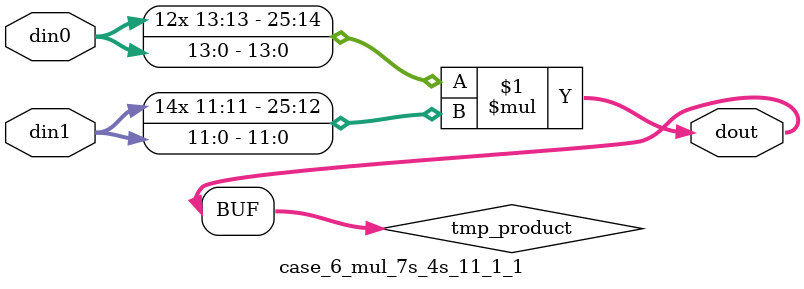
<source format=v>

`timescale 1 ns / 1 ps

 (* use_dsp = "no" *)  module case_6_mul_7s_4s_11_1_1(din0, din1, dout);
parameter ID = 1;
parameter NUM_STAGE = 0;
parameter din0_WIDTH = 14;
parameter din1_WIDTH = 12;
parameter dout_WIDTH = 26;

input [din0_WIDTH - 1 : 0] din0; 
input [din1_WIDTH - 1 : 0] din1; 
output [dout_WIDTH - 1 : 0] dout;

wire signed [dout_WIDTH - 1 : 0] tmp_product;



























assign tmp_product = $signed(din0) * $signed(din1);








assign dout = tmp_product;





















endmodule

</source>
